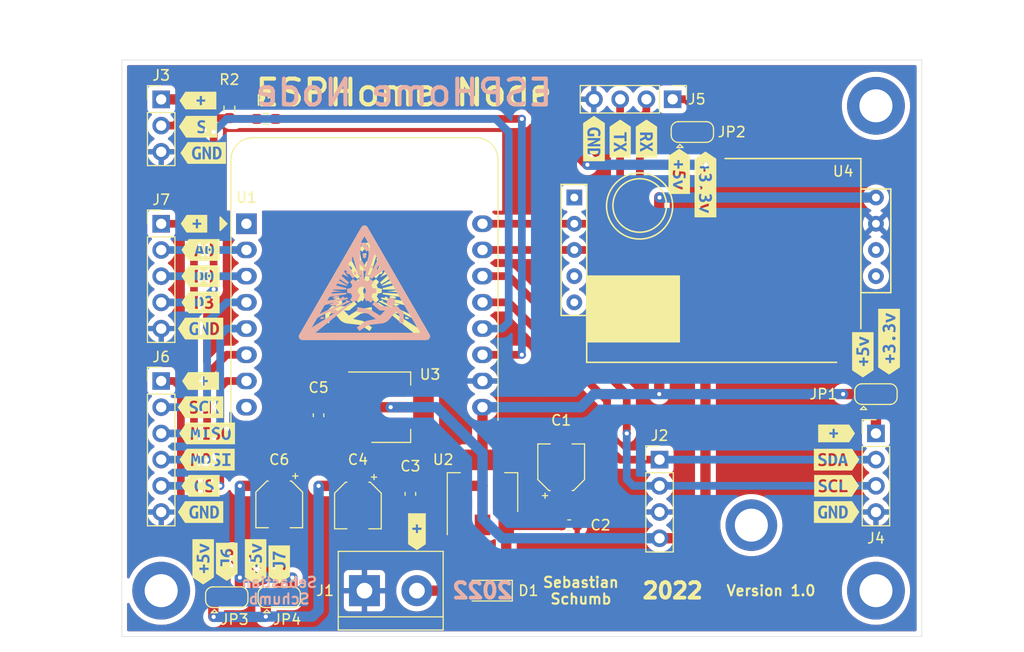
<source format=kicad_pcb>
(kicad_pcb (version 20211014) (generator pcbnew)

  (general
    (thickness 1.6)
  )

  (paper "A4")
  (layers
    (0 "F.Cu" signal)
    (31 "B.Cu" signal)
    (32 "B.Adhes" user "B.Adhesive")
    (33 "F.Adhes" user "F.Adhesive")
    (34 "B.Paste" user)
    (35 "F.Paste" user)
    (36 "B.SilkS" user "B.Silkscreen")
    (37 "F.SilkS" user "F.Silkscreen")
    (38 "B.Mask" user)
    (39 "F.Mask" user)
    (40 "Dwgs.User" user "User.Drawings")
    (41 "Cmts.User" user "User.Comments")
    (42 "Eco1.User" user "User.Eco1")
    (43 "Eco2.User" user "User.Eco2")
    (44 "Edge.Cuts" user)
    (45 "Margin" user)
    (46 "B.CrtYd" user "B.Courtyard")
    (47 "F.CrtYd" user "F.Courtyard")
    (48 "B.Fab" user)
    (49 "F.Fab" user)
  )

  (setup
    (pad_to_mask_clearance 0)
    (pcbplotparams
      (layerselection 0x00010f0_ffffffff)
      (disableapertmacros false)
      (usegerberextensions true)
      (usegerberattributes true)
      (usegerberadvancedattributes true)
      (creategerberjobfile false)
      (svguseinch false)
      (svgprecision 6)
      (excludeedgelayer true)
      (plotframeref false)
      (viasonmask false)
      (mode 1)
      (useauxorigin false)
      (hpglpennumber 1)
      (hpglpenspeed 20)
      (hpglpendiameter 15.000000)
      (dxfpolygonmode true)
      (dxfimperialunits true)
      (dxfusepcbnewfont true)
      (psnegative false)
      (psa4output false)
      (plotreference true)
      (plotvalue true)
      (plotinvisibletext false)
      (sketchpadsonfab false)
      (subtractmaskfromsilk false)
      (outputformat 1)
      (mirror false)
      (drillshape 0)
      (scaleselection 1)
      (outputdirectory "gerbers/")
    )
  )

  (net 0 "")
  (net 1 "GND")
  (net 2 "+3V3")
  (net 3 "TXD")
  (net 4 "RXD")
  (net 5 "SDA")
  (net 6 "SCL")
  (net 7 "CS")
  (net 8 "MOSI")
  (net 9 "MISO")
  (net 10 "SCK")
  (net 11 "+5V")
  (net 12 "Net-(C1-Pad1)")
  (net 13 "Net-(D1-Pad2)")
  (net 14 "D3")
  (net 15 "unconnected-(U1-Pad8)")
  (net 16 "D0")
  (net 17 "unconnected-(U1-Pad1)")
  (net 18 "A0")
  (net 19 "Net-(J3-Pad2)")
  (net 20 "Net-(J4-Pad1)")
  (net 21 "Net-(J5-Pad1)")
  (net 22 "Net-(J6-Pad1)")
  (net 23 "unconnected-(U4-Pad9)")
  (net 24 "unconnected-(U4-Pad8)")
  (net 25 "unconnected-(U4-Pad5)")
  (net 26 "unconnected-(U4-Pad4)")
  (net 27 "unconnected-(U4-Pad1)")
  (net 28 "Net-(J7-Pad1)")
  (net 29 "ONE_WIRE")

  (footprint "Module:WEMOS_D1_mini_light" (layer "F.Cu") (at 94.615 69.85))

  (footprint "Package_TO_SOT_SMD:SOT-223-3_TabPin2" (layer "F.Cu") (at 117.475 95.885 90))

  (footprint "Package_TO_SOT_SMD:SOT-223-3_TabPin2" (layer "F.Cu") (at 108.61 87.63))

  (footprint "Capacitor_SMD:CP_Elec_4x5.4" (layer "F.Cu") (at 125.095 93.45 90))

  (footprint "Capacitor_SMD:C_0603_1608Metric" (layer "F.Cu") (at 125.87 99.06))

  (footprint "Capacitor_SMD:C_0603_1608Metric" (layer "F.Cu") (at 110.49 96.025 -90))

  (footprint "Capacitor_SMD:CP_Elec_4x5.4" (layer "F.Cu") (at 105.41 97.155 -90))

  (footprint "Capacitor_SMD:C_0603_1608Metric" (layer "F.Cu") (at 101.6 88.405 -90))

  (footprint "Capacitor_SMD:CP_Elec_4x5.4" (layer "F.Cu") (at 97.79 97.05 -90))

  (footprint "Diode_SMD:D_SOD-123" (layer "F.Cu") (at 118.11 105.41 180))

  (footprint "TerminalBlock:TerminalBlock_bornier-2_P5.08mm" (layer "F.Cu") (at 106.045 105.41))

  (footprint "kibuzzard-62D44E49" (layer "F.Cu") (at 133.35 61.595 -90))

  (footprint "Connector_PinHeader_2.54mm:PinHeader_1x04_P2.54mm_Vertical" (layer "F.Cu") (at 155.575 90.17))

  (footprint "kibuzzard-62D44A53" (layer "F.Cu") (at 90.17 97.79))

  (footprint "kibuzzard-62D45440" (layer "F.Cu") (at 151.765 90.17))

  (footprint "kibuzzard-62D44A22" (layer "F.Cu") (at 90.17 95.25))

  (footprint "MountingHole:MountingHole_3.2mm_M3_DIN965_Pad" (layer "F.Cu") (at 155.575 105.41))

  (footprint "kibuzzard-62D44ABA" (layer "F.Cu") (at 90.17 72.39))

  (footprint "kibuzzard-62D449E8" (layer "F.Cu") (at 90.805 92.71))

  (footprint "kibuzzard-62D44A9E" (layer "F.Cu") (at 89.535 69.85))

  (footprint "Jumper:SolderJumper-3_P1.3mm_Open_RoundedPad1.0x1.5mm" (layer "F.Cu") (at 137.795 60.96))

  (footprint "Resistor_SMD:R_0603_1608Metric_Pad0.98x0.95mm_HandSolder" (layer "F.Cu") (at 92.964 58.6975 -90))

  (footprint "Jumper:SolderJumper-3_P1.3mm_Open_RoundedPad1.0x1.5mm" (layer "F.Cu") (at 97.79 106.045))

  (footprint "kibuzzard-62D44BA0" (layer "F.Cu") (at 154.305 82.55 90))

  (footprint "Jumper:SolderJumper-3_P1.3mm_Open_RoundedPad1.0x1.5mm" (layer "F.Cu") (at 155.575 86.36))

  (footprint "kibuzzard-62D44A01" (layer "F.Cu") (at 90.805 90.17))

  (footprint "MountingHole:MountingHole_3.2mm_M3_DIN965_Pad" (layer "F.Cu") (at 155.575 58.42))

  (footprint "Connector_PinHeader_2.54mm:PinHeader_1x05_P2.54mm_Vertical" (layer "F.Cu") (at 86.36 69.855))

  (footprint "kibuzzard-62D44CF9" (layer "F.Cu") (at 89.916 57.912))

  (footprint "kibuzzard-62D45353" (layer "F.Cu") (at 130.81 61.595 -90))

  (footprint "Connector_PinHeader_2.54mm:PinHeader_1x03_P2.54mm_Vertical" (layer "F.Cu") (at 86.36 57.8))

  (footprint "misc:gybmep" (layer "F.Cu") (at 134.62 92.71))

  (footprint "Connector_PinHeader_2.54mm:PinHeader_1x06_P2.54mm_Vertical" (layer "F.Cu") (at 86.36 85.09))

  (footprint "kibuzzard-62D4533C" (layer "F.Cu") (at 151.765 97.79))

  (footprint "Jumper:SolderJumper-3_P1.3mm_Open_RoundedPad1.0x1.5mm" (layer "F.Cu") (at 92.71 106.045))

  (footprint "kibuzzard-62D44D19" (layer "F.Cu") (at 89.916 60.452))

  (footprint "kibuzzard-62D44BA0" (layer "F.Cu") (at 95.504 102.616 90))

  (footprint "kibuzzard-62D44EBB" (layer "F.Cu") (at 128.27 61.595 -90))

  (footprint "mh-z19b:Winsen_MH-Z19B" (layer "F.Cu") (at 126.365 81.28 180))

  (footprint "kibuzzard-62D4532D" (layer "F.Cu") (at 151.765 95.25))

  (footprint "kibuzzard-62D44ED5" (layer "F.Cu") (at 136.525 64.77 -90))

  (footprint "Connector_PinHeader_2.54mm:PinHeader_1x04_P2.54mm_Vertical" (layer "F.Cu") (at 135.89 57.785 -90))

  (footprint "misc:logo_small" (layer "F.Cu")
    (tedit 0) (tstamp ab7e9b90-2012-4b44-a5ee-b448539274b3)
    (at 106.045 75.565)
    (attr through_hole)
    (fp_text reference "G***" (at 0 0) (layer "F.SilkS") hide
      (effects (font (size 1.524 1.524) (thickness 0.3)))
      (tstamp c2c483e4-a2e5-48be-b4a6-c94ba7d79659)
    )
    (fp_text value "LOGO" (at 0.75 0) (layer "F.SilkS") hide
      (effects (font (size 1.524 1.524) (thickness 0.3)))
      (tstamp d3d022aa-4055-41c3-921c-9b8ddba4245f)
    )
    (fp_poly (pts
        (xy 3.940987 3.316282)
        (xy 3.950318 3.317534)
        (xy 3.953933 3.31807)
        (xy 3.974867 3.321155)
        (xy 3.992049 3.323667)
        (xy 4.005918 3.325647)
        (xy 4.016912 3.327131)
        (xy 4.025469 3.328159)
        (xy 4.032026 3.328768)
        (xy 4.037021 3.328998)
        (xy 4.040893 3.328885)
        (xy 4.04408 3.32847)
        (xy 4.047018 3.327789)
        (xy 4.050147 3.326882)
        (xy 4.051155 3.326582)
        (xy 4.057391 3.324882)
        (xy 4.063186 3.323793)
        (xy 4.069007 3.323438)
        (xy 4.075322 3.323941)
        (xy 4.082598 3.325425)
        (xy 4.091302 3.328013)
        (xy 4.101901 3.331828)
        (xy 4.114863 3.336994)
        (xy 4.130654 3.343634)
        (xy 4.149743 3.351871)
        (xy 4.153958 3.353704)
        (xy 4.1595 3.356108)
        (xy 4.166935 3.359325)
        (xy 4.17195 3.36149)
        (xy 4.178268 3.364329)
        (xy 4.187259 3.368519)
        (xy 4.197804 3.37353)
        (xy 4.208781 3.378834)
        (xy 4.210595 3.379719)
        (xy 4.226024 3.387226)
        (xy 4.23857 3.393234)
        (xy 4.249124 3.398159)
        (xy 4.258579 3.40242)
        (xy 4.266157 3.405719)
        (xy 4.273419 3.409518)
        (xy 4.280291 3.414144)
        (xy 4.281226 3.414901)
        (xy 4.284911 3.419137)
        (xy 4.289526 3.426043)
        (xy 4.294524 3.434585)
        (xy 4.299359 3.443731)
        (xy 4.303484 3.452445)
        (xy 4.306352 3.459694)
        (xy 4.307416 3.464418)
        (xy 4.305388 3.470684)
        (xy 4.2996 3.477147)
        (xy 4.290492 3.483494)
        (xy 4.278506 3.489416)
        (xy 4.265083 3.494292)
        (xy 4.255178 3.496652)
        (xy 4.241792 3.498783)
        (xy 4.225671 3.500642)
        (xy 4.207562 3.502189)
        (xy 4.188213 3.503382)
        (xy 4.16837 3.504178)
        (xy 4.148782 3.504537)
        (xy 4.130195 3.504416)
        (xy 4.113356 3.503774)
        (xy 4.105275 3.503198)
        (xy 4.077175 3.500102)
        (xy 4.050847 3.49566)
        (xy 4.024592 3.489523)
        (xy 3.996708 3.481346)
        (xy 3.99415 3.480527)
        (xy 3.984534 3.476856)
        (xy 3.973522 3.471776)
        (xy 3.962589 3.466044)
        (xy 3.95321 3.460419)
        (xy 3.948575 3.457123)
        (xy 3.942494 3.451442)
        (xy 3.936622 3.444649)
        (xy 3.935362 3.442929)
        (xy 3.933033 3.439373)
        (xy 3.931417 3.435984)
        (xy 3.930368 3.431893)
        (xy 3.929739 3.42623)
        (xy 3.929385 3.418127)
        (xy 3.92916 3.406712)
        (xy 3.929148 3.405887)
        (xy 3.928856 3.391786)
        (xy 3.92841 3.375887)
        (xy 3.927875 3.360345)
        (xy 3.927429 3.349625)
        (xy 3.926853 3.336565)
        (xy 3.926821 3.327211)
        (xy 3.927775 3.321033)
        (xy 3.930158 3.317504)
        (xy 3.934414 3.316096)
        (xy 3.940987 3.316282)
      ) (layer "F.SilkS") (width 0.01) (fill solid) (tstamp 075fcffa-566f-4bf1-a0d8-c9a31a24ec3b))
    (fp_poly (pts
        (xy 0.803533 -0.611226)
        (xy 0.804009 -0.611183)
        (xy 0.817286 -0.608376)
        (xy 0.829391 -0.602815)
        (xy 0.838936 -0.595139)
        (xy 0.839071 -0.59499)
        (xy 0.841516 -0.591487)
        (xy 0.841974 -0.58924)
        (xy 0.840435 -0.589262)
        (xy 0.839117 -0.590257)
        (xy 0.836233 -0.591825)
        (xy 0.830575 -0.59425)
        (xy 0.823383 -0.597001)
        (xy 0.81551 -0.599975)
        (xy 0.808542 -0.60281)
        (xy 0.804333 -0.604725)
        (xy 0.799554 -0.606763)
        (xy 0.79652 -0.607471)
        (xy 0.793187 -0.609062)
        (xy 0.792491 -0.609924)
        (xy 0.792834 -0.611222)
        (xy 0.796355 -0.611639)
        (xy 0.803533 -0.611226)
      ) (layer "F.SilkS") (width 0.01) (fill solid) (tstamp 13475dbd-0090-49d2-9ae0-123a43955638))
    (fp_poly (pts
        (xy 2.745563 1.288769)
        (xy 2.752262 1.289168)
        (xy 2.769662 1.290298)
        (xy 2.787164 1.291397)
        (xy 2.804147 1.292428)
        (xy 2.81999 1.293356)
        (xy 2.834071 1.294145)
        (xy 2.845769 1.29476)
        (xy 2.854463 1.295165)
        (xy 2.859419 1.295323)
        (xy 2.862837 1.295724)
        (xy 2.866309 1.29718)
        (xy 2.870507 1.300186)
        (xy 2.876099 1.305236)
        (xy 2.883754 1.312824)
        (xy 2.88544 1.314535)
        (xy 2.894685 1.323672)
        (xy 2.903036 1.331179)
        (xy 2.911414 1.33771)
        (xy 2.920739 1.343917)
        (xy 2.931932 1.350455)
        (xy 2.945911 1.357977)
        (xy 2.948516 1.359341)
        (xy 2.969245 1.370366)
        (xy 2.987994 1.380748)
        (xy 3.004389 1.390263)
        (xy 3.018054 1.398688)
        (xy 3.028616 1.405798)
        (xy 3.035655 1.411331)
        (xy 3.045235 1.422027)
        (xy 3.050629 1.433002)
        (xy 3.05182 1.444205)
        (xy 3.049297 1.45442)
        (xy 3.047632 1.459908)
        (xy 3.045853 1.468052)
        (xy 3.044291 1.477297)
        (xy 3.043993 1.479446)
        (xy 3.042112 1.490205)
        (xy 3.039275 1.498277)
        (xy 3.03476 1.504574)
        (xy 3.027848 1.510007)
        (xy 3.017819 1.515488)
        (xy 3.014133 1.51726)
        (xy 3.006919 1.520543)
        (xy 3.001037 1.522722)
        (xy 2.995225 1.524051)
        (xy 2.98822 1.524779)
        (xy 2.978757 1.52516)
        (xy 2.973916 1.525273)
        (xy 2.963083 1.525336)
        (xy 2.952797 1.5251)
        (xy 2.944391 1.52461)
        (xy 2.94005 1.524093)
        (xy 2.932697 1.522868)
        (xy 2.921501 1.521126)
        (xy 2.906816 1.518919)
        (xy 2.888992 1.5163)
        (xy 2.868383 1.513322)
        (xy 2.860675 1.512218)
        (xy 2.846717 1.51026)
        (xy 2.833508 1.508499)
        (xy 2.820704 1.506914)
        (xy 2.807961 1.505482)
        (xy 2.794937 1.504183)
        (xy 2.781288 1.502995)
        (xy 2.766669 1.501898)
        (xy 2.750738 1.500868)
        (xy 2.733152 1.499886)
        (xy 2.713565 1.498929)
        (xy 2.691636 1.497977)
        (xy 2.66702 1.497008)
        (xy 2.639374 1.496)
        (xy 2.608355 1.494932)
        (xy 2.573618 1.493783)
        (xy 2.554816 1.493174)
        (xy 2.533745 1.492155)
        (xy 2.516316 1.490487)
        (xy 2.501965 1.488017)
        (xy 2.490131 1.484592)
        (xy 2.480249 1.480062)
        (xy 2.471759 1.474273)
        (xy 2.466156 1.469206)
        (xy 2.458668 1.458852)
        (xy 2.454297 1.44639)
        (xy 2.453135 1.432675)
        (xy 2.455272 1.418557)
        (xy 2.459566 1.407247)
        (xy 2.463808 1.397134)
        (xy 2.465632 1.388172)
        (xy 2.465794 1.383553)
        (xy 2.46487 1.373875)
        (xy 2.462538 1.362021)
        (xy 2.459188 1.349648)
        (xy 2.45521 1.338413)
        (xy 2.455111 1.338173)
        (xy 2.453652 1.333929)
        (xy 2.453612 1.330263)
        (xy 2.455235 1.325686)
        (xy 2.458096 1.319985)
        (xy 2.462808 1.312253)
        (xy 2.468379 1.304852)
        (xy 2.471408 1.301553)
        (xy 2.478846 1.294341)
        (xy 2.563927 1.292934)
        (xy 2.584268 1.292553)
        (xy 2.604786 1.292089)
        (xy 2.62475 1.291564)
        (xy 2.643425 1.290999)
        (xy 2.660079 1.290417)
        (xy 2.673978 1.28984)
        (xy 2.684389 1.28929)
        (xy 2.684529 1.289281)
        (xy 2.715857 1.288115)
        (xy 2.745563 1.288769)
      ) (layer "F.SilkS") (width 0.01) (fill solid) (tstamp 2185b837-3017-4882-90b8-2f7a68618a50))
    (fp_poly (pts
        (xy 0.979402 -1.101094)
        (xy 0.982133 -1.099786)
        (xy 0.991519 -1.094826)
        (xy 0.998664 -1.090373)
        (xy 1.004183 -1.085659)
        (xy 1.008692 -1.07992)
        (xy 1.012808 -1.072389)
        (xy 1.017146 -1.062299)
        (xy 1.021656 -1.050647)
        (xy 1.025423 -1.040258)
        (xy 1.027788 -1.032154)
        (xy 1.029071 -1.024753)
        (xy 1.029591 -1.016474)
        (xy 1.029669 -1.010995)
        (xy 1.029692 -1.001954)
        (xy 1.029241 -0.995966)
        (xy 1.027684 -0.991854)
        (xy 1.024394 -0.988441)
        (xy 1.01874 -0.984549)
        (xy 1.013883 -0.98145)
        (xy 1.006803 -0.974902)
        (xy 1.000116 -0.964997)
        (xy 0.994199 -0.952613)
        (xy 0.989428 -0.938626)
        (xy 0.986181 -0.923913)
        (xy 0.985068 -0.9144)
        (xy 0.984698 -0.905283)
        (xy 0.985255 -0.897505)
        (xy 0.986979 -0.889214)
        (xy 0.989496 -0.880534)
        (xy 0.993573 -0.865754)
        (xy 0.997442 -0.848838)
        (xy 1.00066 -0.831876)
        (xy 1.00253 -0.81915)
        (xy 1.001703 -0.811051)
        (xy 0.997966 -0.80233)
        (xy 0.992078 -0.794479)
        (xy 0.98832 -0.791164)
        (xy 0.983733 -0.788863)
        (xy 0.975813 -0.786027)
        (xy 0.965392 -0.782876)
        (xy 0.953301 -0.779635)
        (xy 0.940371 -0.776523)
        (xy 0.927436 -0.773764)
        (xy 0.915326 -0.77158)
        (xy 0.914399 -0.771433)
        (xy 0.901188 -0.769396)
        (xy 0.89147 -0.767994)
        (xy 0.884556 -0.767194)
        (xy 0.879761 -0.766963)
        (xy 0.876396 -0.767268)
        (xy 0.873774 -0.768074)
        (xy 0.871228 -0.769338)
        (xy 0.864221 -0.773591)
        (xy 0.855725 -0.779409)
        (xy 0.846993 -0.785863)
        (xy 0.839277 -0.792025)
        (xy 0.83383 -0.796967)
        (xy 0.83357 -0.797239)
        (xy 0.830162 -0.802082)
        (xy 0.825703 -0.810254)
        (xy 0.820492 -0.821075)
        (xy 0.814833 -0.833865)
        (xy 0.809028 -0.847942)
        (xy 0.803377 -0.862626)
        (xy 0.798503 -0.8763)
        (xy 0.794972 -0.887114)
        (xy 0.792719 -0.895659)
        (xy 0.791454 -0.903599)
        (xy 0.790886 -0.912599)
        (xy 0.790746 -0.92075)
        (xy 0.79106 -0.934812)
        (xy 0.792538 -0.946234)
        (xy 0.795623 -0.956185)
        (xy 0.800756 -0.965835)
        (xy 0.808378 -0.976355)
        (xy 0.814559 -0.98384)
        (xy 0.826683 -0.997844)
        (xy 0.837339 -1.009504)
        (xy 0.847586 -1.019874)
        (xy 0.858479 -1.030007)
        (xy 0.871077 -1.04096)
        (xy 0.875946 -1.045065)
        (xy 0.885887 -1.053754)
        (xy 0.8959 -1.063117)
        (xy 0.904904 -1.072107)
        (xy 0.911822 -1.079677)
        (xy 0.912595 -1.080604)
        (xy 0.920205 -1.089297)
        (xy 0.926729 -1.09525)
        (xy 0.933228 -1.09937)
        (xy 0.936232 -1.100783)
        (xy 0.95094 -1.105106)
        (xy 0.965337 -1.10521)
        (xy 0.979402 -1.101094)
      ) (layer "F.SilkS") (width 0.01) (fill solid) (tstamp 62df5987-c65a-49e9-a1d8-06fdd2acf8c0))
    (fp_poly (pts
        (xy 0.103049 -2.859777)
        (xy 0.11501 -2.855091)
        (xy 0.128046 -2.848289)
        (xy 0.138001 -2.842223)
        (xy 0.145627 -2.836053)
        (xy 0.151677 -2.828944)
        (xy 0.156905 -2.820057)
        (xy 0.162063 -2.808555)
        (xy 0.166139 -2.798234)
        (xy 0.17048 -2.786898)
        (xy 0.173607 -2.778579)
        (xy 0.175824 -2.772343)
        (xy 0.177437 -2.767256)
        (xy 0.178751 -2.762385)
        (xy 0.180073 -2.756796)
        (xy 0.180903 -2.753123)
        (xy 0.183416 -2.738745)
        (xy 0.183751 -2.726668)
        (xy 0.181889 -2.715552)
        (xy 0.180353 -2.710571)
        (xy 0.177976 -2.704669)
        (xy 0.175083 -2.700605)
        (xy 0.170507 -2.697168)
        (xy 0.164041 -2.693637)
        (xy 0.157351 -2.689906)
        (xy 0.152521 -2.68616)
        (xy 0.148413 -2.681231)
        (xy 0.143888 -2.673953)
        (xy 0.142543 -2.671602)
        (xy 0.137536 -2.661788)
        (xy 0.132435 -2.650186)
        (xy 0.128243 -2.639098)
        (xy 0.127791 -2.637735)
        (xy 0.125164 -2.629105)
        (xy 0.123431 -2.62164)
        (xy 0.122409 -2.613986)
        (xy 0.121917 -2.604789)
        (xy 0.121772 -2.592917)
        (xy 0.121852 -2.581046)
        (xy 0.122264 -2.572161)
        (xy 0.123171 -2.565021)
        (xy 0.124732 -2.558382)
        (xy 0.12711 -2.551002)
        (xy 0.127255 -2.550584)
        (xy 0.130459 -2.540133)
        (xy 0.133647 -2.527471)
        (xy 0.136655 -2.513532)
        (xy 0.139318 -2.499252)
        (xy 0.141472 -2.485565)
        (xy 0.142951 -2.473406)
        (xy 0.143591 -2.463711)
        (xy 0.143434 -2.458726)
        (xy 0.140183 -2.447557)
        (xy 0.133493 -2.437302)
        (xy 0.124156 -2.429076)
        (xy 0.121087 -2.42724)
        (xy 0.115111 -2.424711)
        (xy 0.105733 -2.421595)
        (xy 0.093711 -2.418082)
        (xy 0.079804 -2.414361)
        (xy 0.064772 -2.410622)
        (xy 0.049372 -2.407053)
        (xy 0.034365 -2.403845)
        (xy 0.020509 -2.401186)
        (xy 0.009494 -2.399397)
        (xy -0.00581 -2.397427)
        (xy -0.017644 -2.396448)
        (xy -0.026656 -2.396462)
        (xy -0.033492 -2.397472)
        (xy -0.038798 -2.399481)
        (xy -0.039013 -2.399596)
        (xy -0.046015 -2.403918)
        (xy -0.055023 -2.410222)
        (xy -0.064909 -2.417645)
        (xy -0.074547 -2.425324)
        (xy -0.082808 -2.432395)
        (xy -0.086857 -2.436209)
        (xy -0.091638 -2.441578)
        (xy -0.096021 -2.447972)
        (xy -0.100521 -2.456281)
        (xy -0.105655 -2.467395)
        (xy -0.107764 -2.472267)
        (xy -0.112315 -2.482876)
        (xy -0.116624 -2.492851)
        (xy -0.120238 -2.501151)
        (xy -0.122706 -2.50673)
        (xy -0.122914 -2.507192)
        (xy -0.126915 -2.516909)
        (xy -0.131305 -2.529056)
        (xy -0.135768 -2.542586)
        (xy -0.139988 -2.556457)
        (xy -0.143648 -2.569623)
        (xy -0.146431 -2.581041)
        (xy -0.148022 -2.589664)
        (xy -0.148103 -2.590334)
        (xy -0.148945 -2.606953)
        (xy -0.147957 -2.624045)
        (xy -0.145328 -2.640547)
        (xy -0.141245 -2.655396)
        (xy -0.135892 -2.667527)
        (xy -0.134022 -2.670544)
        (xy -0.130178 -2.675663)
        (xy -0.124034 -2.683213)
        (xy -0.116174 -2.69253)
        (xy -0.107184 -2.702947)
        (xy -0.097649 -2.713798)
        (xy -0.088154 -2.724419)
        (xy -0.079285 -2.734144)
        (xy -0.071627 -2.742307)
        (xy -0.065766 -2.748242)
        (xy -0.065303 -2.748686)
        (xy -0.059416 -2.754077)
        (xy -0.051234 -2.76129)
        (xy -0.041738 -2.769469)
        (xy -0.031914 -2.777761)
        (xy -0.029634 -2.779658)
        (xy -0.014813 -2.792331)
        (xy -0.001962 -2.804263)
        (xy 0.010207 -2.816731)
        (xy 0.022982 -2.831013)
        (xy 0.027745 -2.836573)
        (xy 0.040258 -2.848255)
        (xy 0.054709 -2.856557)
        (xy 0.070435 -2.861339)
        (xy 0.08677 -2.86246)
        (xy 0.103049 -2.859777)
      ) (layer "F.SilkS") (width 0.01) (fill solid) (tstamp 78cc08fb-4764-4a33-a969-7c39ac715b6e))
    (fp_poly (pts
        (xy 0.290135 -0.632875)
        (xy 0.318894 -0.632847)
        (xy 0.343932 -0.632794)
        (xy 0.365504 -0.632713)
        (xy 0.383867 -0.6326)
        (xy 0.399276 -0.632451)
        (xy 0.411986 -0.632261)
        (xy 0.422255 -0.632026)
        (xy 0.430337 -0.631743)
        (xy 0.436488 -0.631407)
        (xy 0.440966 -0.631014)
        (xy 0.444024 -0.63056)
        (xy 0.44592 -0.630041)
        (xy 0.446334 -0.629855)
        (xy 0.44993 -0.627182)
        (xy 0.452824 -0.62288)
        (xy 0.455288 -0.61626)
        (xy 0.457597 -0.606632)
        (xy 0.459413 -0.5969)
        (xy 0.464199 -0.569879)
        (xy 0.469324 -0.541959)
        (xy 0.470833 -0.53393)
        (xy 0.473988 -0.517227)
        (xy 0.476488 -0.503974)
        (xy 0.478465 -0.493463)
        (xy 0.480052 -0.484984)
        (xy 0.481381 -0.47783)
        (xy 0.482586 -0.47129)
        (xy 0.483798 -0.464657)
        (xy 0.483999 -0.46355)
        (xy 0.485967 -0.45279)
        (xy 0.488081 -0.441307)
        (xy 0.489909 -0.431444)
        (xy 0.49004 -0.430742)
        (xy 0.491783 -0.421376)
        (xy 0.49389 -0.410023)
        (xy 0.495954 -0.398861)
        (xy 0.496321 -0.396875)
        (xy 0.502118 -0.365685)
        (xy 0.508324 -0.332706)
        (xy 0.508999 -0.329142)
        (xy 0.510904 -0.318921)
        (xy 0.512921 -0.307843)
        (xy 0.514215 -0.300567)
        (xy 0.516926 -0.285687)
        (xy 0.519485 -0.2728)
        (xy 0.521768 -0.262479)
        (xy 0.52365 -0.255297)
        (xy 0.524815 -0.25213)
        (xy 0.528013 -0.247668)
        (xy 0.532956 -0.243371)
        (xy 0.540218 -0.238888)
        (xy 0.550372 -0.233864)
        (xy 0.563992 -0.227946)
        (xy 0.564156 -0.227878)
        (xy 0.572368 -0.224458)
        (xy 0.580025 -0.221278)
        (xy 0.587698 -0.218101)
        (xy 0.595958 -0.214693)
        (xy 0.605377 -0.21082)
        (xy 0.616524 -0.206246)
        (xy 0.629972 -0.200737)
        (xy 0.64629 -0.194058)
        (xy 0.66255 -0.187405)
        (xy 0.675014 -0.182306)
        (xy 0.689179 -0.176512)
        (xy 0.702825 -0.170929)
        (xy 0.709117 -0.168355)
        (xy 0.721482 -0.163293)
        (xy 0.735452 -0.157568)
        (xy 0.748856 -0.15207)
        (xy 0.755137 -0.149491)
        (xy 0.768074 -0.144203)
        (xy 0.77776 -0.140366)
        (xy 0.784852 -0.137804)
        (xy 0.790008 -0.136343)
        (xy 0.793886 -0.135807)
        (xy 0.797144 -0.136021)
        (xy 0.800438 -0.136811)
        (xy 0.801551 -0.13714)
        (xy 0.806206 -0.139224)
        (xy 0.81341 -0.143269)
        (xy 0.822289 -0.14875)
        (xy 0.831965 -0.15514)
        (xy 0.835024 -0.157247)
        (xy 0.845892 -0.164787)
        (xy 0.858931 -0.173793)
        (xy 0.872815 -0.183351)
        (xy 0.886215 -0.192546)
        (xy 0.892174 -0.196623)
        (xy 0.925885 -0.219676)
        (xy 0.960076 -0.243092)
        (xy 0.993564 -0.26606)
        (xy 1.025165 -0.287769)
        (xy 1.036108 -0.295296)
        (xy 1.054694 -0.30808)
        (xy 1.070125 -0.318667)
        (xy 1.082731 -0.327264)
        (xy 1.092841 -0.334078)
        (xy 1.100787 -0.339317)
        (xy 1.106898 -0.343187)
        (xy 1.111503 -0.345895)
        (xy 1.114933 -0.347648)
        (xy 1.117517 -0.348653)
        (xy 1.119586 -0.349116)
        (xy 1.121469 -0.349246)
        (xy 1.122128 -0.34925)
        (xy 1.12353 -0.34908)
        (xy 1.125244 -0.348445)
        (xy 1.127465 -0.347162)
        (xy 1.130385 -0.345049)
        (xy 1.134197 -0.341922)
        (xy 1.139094 -0.337598)
        (xy 1.145271 -0.331894)
        (xy 1.15292 -0.324625)
        (xy 1.162234 -0.31561)
        (xy 1.173406 -0.304664)
        (xy 1.186631 -0.291604)
        (xy 1.202101 -0.276248)
        (xy 1.220009 -0.258411)
        (xy 1.240548 -0.237911)
        (xy 1.259905 -0.218569)
        (xy 1.282689 -0.195792)
        (xy 1.302661 -0.175808)
        (xy 1.320007 -0.158422)
        (xy 1.334911 -0.143437)
        (xy 1.347558 -0.130657)
        (xy 1.358133 -0.119884)
        (xy 1.366822 -0.110924)
        (xy 1.373809 -0.103579)
        (xy 1.37928 -0.097654)
        (xy 1.383419 -0.092951)
        (xy 1.386411 -0.089275)
        (xy 1.388441 -0.086429)
        (xy 1.389695 -0.084217)
        (xy 1.390358 -0.082442)
        (xy 1.390613 -0.080908)
        (xy 1.390649 -0.0798)
        (xy 1.390298 -0.076285)
        (xy 1.389027 -0.072257)
        (xy 1.386514 -0.067121)
        (xy 1.382435 -0.060285)
        (xy 1.376467 -0.051153)
        (xy 1.369307 -0.040618)
        (xy 1.362548 -0.030773)
        (xy 1.353917 -0.018204)
        (xy 1.343938 -0.003674)
        (xy 1.333137 0.012052)
        (xy 1.322038 0.028209)
        (xy 1.311167 0.044032)
        (xy 1.308699 0.047625)
        (xy 1.288668 0.07678)
        (xy 1.270896 0.102653)
        (xy 1.255247 0.125447)
        (xy 1.241583 0.14537)
        (xy 1.229768 0.162627)
        (xy 1.219664 0.177424)
        (xy 1.211134 0.189967)
        (xy 1.204042 0.200463)
        (xy 1.19825 0.209116)
        (xy 1.193621 0.216133)
        (xy 1.190019 0.22172)
        (xy 1.187305 0.226083)
        (xy 1.185344 0.229428)
        (xy 1.183998 0.231961)
        (xy 1.18313 0.233887)
        (xy 1.182603 0.235414)
        (xy 1.182281 0.236745)
        (xy 1.182046 0.237975)
        (xy 1.182375 0.243608)
        (xy 1.184762 0.252777)
        (xy 1.189159 0.265345)
        (xy 1.195516 0.281176)
        (xy 1.203786 0.300133)
        (xy 1.20638 0.305858)
        (xy 1.209262 0.312374)
        (xy 1.212875 0.320816)
        (xy 1.215909 0.328083)
        (xy 1.219772 0.337248)
        (xy 1.22394 0.346813)
        (xy 1.226736 0.353012)
        (xy 1.22952 0.359211)
        (xy 1.231394 0.363726)
        (xy 1.231899 0.365298)
        (xy 1.232798 0.368036)
        (xy 1.235472 0.374519)
        (xy 1.239886 0.384667)
        (xy 1.242483 0.390525)
        (xy 1.244377 0.39488)
        (xy 1.247135 0.401333)
        (xy 1.248833 0.405341)
        (xy 1.251737 0.412183)
        (xy 1.254229 0.41798)
        (xy 1.255183 0.420158)
        (xy 1.257077 0.424513)
        (xy 1.259835 0.430966)
        (xy 1.261533 0.434975)
        (xy 1.264437 0.441816)
        (xy 1.266929 0.447613)
        (xy 1.267883 0.449791)
        (xy 1.269777 0.454147)
        (xy 1.272535 0.460599)
        (xy 1.274233 0.464608)
        (xy 1.277011 0.471173)
        (xy 1.279304 0.476513)
        (xy 1.281678 0.481918)
        (xy 1.284699 0.488678)
        (xy 1.288634 0.497416)
        (xy 1.293008 0.5063)
        (xy 1.297443 0.512813)
        (xy 1.30277 0.517501)
        (xy 1.30982 0.520905)
        (xy 1.319425 0.523569)
        (xy 1.332416 0.526036)
        (xy 1.332441 0.52604)
        (xy 1.343431 0.527957)
        (xy 1.355857 0.53019)
        (xy 1.366837 0.532221)
        (xy 1.378154 0.534353)
        (xy 1.390828 0.536734)
        (xy 1.401762 0.538784)
        (xy 1.412955 0.540884)
        (xy 1.425387 0.543225)
        (xy 1.436158 0.545259)
        (xy 1.447059 0.547308)
        (xy 1.459034 0.549536)
        (xy 1.468966 0.551365)
        (xy 1.48439 0.554198)
        (xy 1.502243 0.557506)
        (xy 1.520798 0.560967)
        (xy 1.537758 0.564153)
        (xy 1.547124 0.565911)
        (xy 1.558477 0.56803)
        (xy 1.569639 0.570103)
        (xy 1.571624 0.57047)
        (xy 1.582492 0.572483)
        (xy 1.593979 0.574616)
        (xy 1.603908 0.576464)
        (xy 1.605491 0.576759)
        (xy 1.615109 0.578533)
        (xy 1.62655 0.580613)
        (xy 1.637469 0.582573)
        (xy 1.638299 0.58272)
        (xy 1.651099 0.585247)
        (xy 1.660321 0.58772)
        (xy 1.666612 0.590366)
        (xy 1.670619 0.593411)
        (xy 1.671397 0.594337)
        (xy 1.671892 0.597071)
        (xy 1.672343 0.603663)
        (xy 1.67275 0.613741)
        (xy 1.673113 0.62693)
        (xy 1.673431 0.642857)
        (xy 1.673705 0.661147)
        (xy 1.673934 0.681429)
        (xy 1.674119 0.703326)
        (xy 1.674258 0.726467)
        (xy 1.674353 0.750478)
        (xy 1.674401 0.774984)
        (xy 1.674405 0.799612)
        (xy 1.674363 0.823988)
        (xy 1.674274 0.84774)
        (xy 1.67414 0.870492)
        (xy 1.67396 0.891872)
        (xy 1.673733 0.911505)
        (xy 1.67346 0.929019)
        (xy 1.67314 0.944039)
        (xy 1.672773 0.956192)
        (xy 1.672359 0.965104)
        (xy 1.671898 0.970401)
        (xy 1.67157 0.971733)
        (xy 1.668496 0.974847)
        (xy 1.664145 0.977338)
        (xy 1.657695 0.979513)
        (xy 1.648322 0.981681)
        (xy 1.641474 0.983009)
        (xy 1.631614 0.984865)
        (xy 1.6221 0.986687)
        (xy 1.614584 0.988158)
        (xy 1.612899 0.988498)
        (xy 1.606888 0.989665)
        (xy 1.59801 0.991319)
        (xy 1.587567 0.99322)
        (xy 1.579033 0.994744)
        (xy 1.568274 0.996683)
        (xy 1.558047 0.998588)
        (xy 1.549654 1.000212)
        (xy 1.545166 1.001138)
        (xy 1.537742 1.002659)
        (xy 1.52851 1.00441)
        (xy 1.521883 1.005591)
        (xy 1.512065 1.007321)
        (xy 1.500933 1.009341)
        (xy 1.493308 1.010761)
        (xy 1.483689 1.012554)
        (xy 1.472247 1.014647)
        (xy 1.461329 1.016611)
        (xy 1.460499 1.016759)
        (xy 1.450394 1.018581)
        (xy 1.440195 1.020466)
        (xy 1.431878 1.022047)
        (xy 1.430866 1.022245)
        (xy 1.424122 1.023564)
        (xy 1.417165 1.0249)
        (xy 1.409178 1.026407)
        (xy 1.399344 1.028238)
        (xy 1.386846 1.030546)
        (xy 1.373716 1.032961)
        (xy 1.355629 1.036315)
        (xy 1.341224 1.039107)
        (xy 1.330015 1.041509)
        (xy 1.321516 1.043692)
        (xy 1.31524 1.045828)
        (xy 1.310699 1.048087)
        (xy 1.307409 1.050641)
        (xy 1.304881 1.053662)
        (xy 1.302629 1.05732)
        (xy 1.302169 1.058142)
        (xy 1.300672 1.06138)
        (xy 1.29775 1.068203)
        (xy 1.293545 1.078263)
        (xy 1.288199 1.091213)
        (xy 1.281854 1.106705)
        (xy 1.274653 1.124392)
        (xy 1.266738 1.143926)
        (xy 1.25825 1.16496)
        (xy 1.249332 1.187145)
        (xy 1.245392 1.196974)
        (xy 1.234758 1.223564)
        (xy 1.225616 1.246521)
        (xy 1.217859 1.266136)
        (xy 1.211381 1.282694)
        (xy 1.206076 1.296486)
        (xy 1.201836 1.307798)
        (xy 1.198554 1.316919)
        (xy 1.196125 1.324138)
        (xy 1.194442 1.329742)
        (xy 1.193397 1.334019)
        (xy 1.192884 1.337257)
        (xy 1.192784 1.339069)
        (xy 1.192979 1.344277)
        (xy 1.193904 1.348799)
        (xy 1.196002 1.353652)
        (xy 1.199715 1.359851)
        (xy 1.205485 1.368413)
        (xy 1.205685 1.368702)
        (xy 1.211993 1.377867)
        (xy 1.219729 1.389131)
        (xy 1.227934 1.401097)
        (xy 1.235649 1.412365)
        (xy 1.235998 1.412874)
        (xy 1.252936 1.437638)
        (xy 1.26773 1.459248)
        (xy 1.280616 1.478051)
        (xy 1.291832 1.494394)
        (xy 1.301616 1.508622)
        (xy 1.310204 1.521081)
        (xy 1.317836 1.532118)
        (xy 1.323217 1.539874)
        (xy 1.330038 1.549817)
        (xy 1.336192 1.559018)
        (xy 1.341174 1.566704)
        (xy 1.344478 1.572104)
        (xy 1.34536 1.573741)
        (xy 1.348291 1.579005)
        (xy 1.352644 1.585856)
        (xy 1.355963 1.590674)
        (xy 1.360436 1.596981)
        (xy 1.366399 1.605475)
        (xy 1.372944 1.614855)
        (xy 1.377095 1.620836)
        (xy 1.380668 1.625739)
        (xy 1.383917 1.629951)
        (xy 1.386691 1.633687)
        (xy 1.388836 1.637159)
        (xy 1.390201 1.640584)
        (xy 1.390633 1.644174)
        (xy 1.38998 1.648146)
        (xy 1.388089 1.652712)
        (xy 1.384808 1.658088)
        (xy 1.379985 1.664488)
        (xy 1.373468 1.672127)
        (xy 1.365103 1.681217)
        (xy 1.354739 1.691975)
        (xy 1.342223 1.704615)
        (xy 1.327403 1.71935)
        (xy 1.310126 1.736396)
        (xy 1.290241 1.755966)
        (xy 1.267594 1.778276)
        (xy 1.259601 1.786165)
        (xy 1.236636 1.808835)
        (xy 1.216481 1.828707)
        (xy 1.198941 1.845963)
        (xy 1.18382 1.860786)
        (xy 1.170922 1.873359)
        (xy 1.160052 1.883865)
        (xy 1.151016 1.892487)
        (xy 1.143617
... [1175295 chars truncated]
</source>
